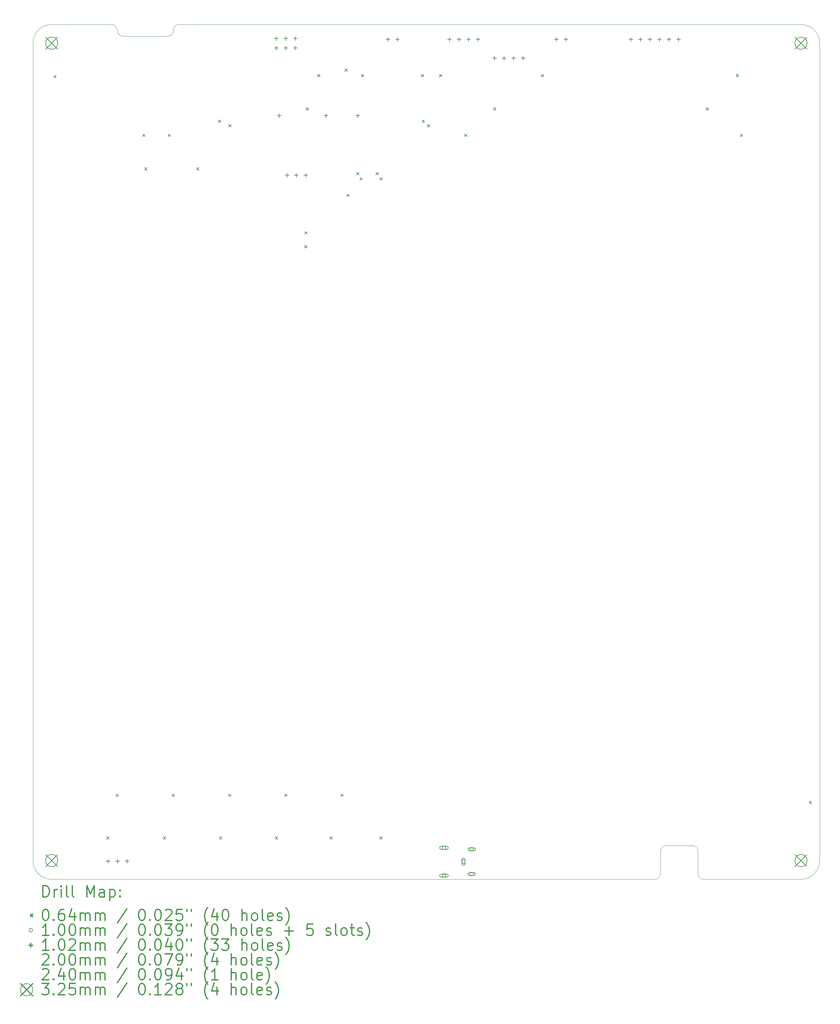
<source format=gbr>
%FSLAX45Y45*%
G04 Gerber Fmt 4.5, Leading zero omitted, Abs format (unit mm)*
G04 Created by KiCad (PCBNEW (2014-09-25 BZR 5147)-product) date Monday 20 October 2014 05:55:03 PM IST*
%MOMM*%
G01*
G04 APERTURE LIST*
%ADD10C,0.127000*%
%ADD11C,0.100000*%
%ADD12C,0.200000*%
%ADD13C,0.300000*%
G04 APERTURE END LIST*
D10*
D11*
X22000000Y-26900000D02*
X5900000Y-26900000D01*
X23300000Y-26900000D02*
X25900000Y-26900000D01*
X23150000Y-26150000D02*
X23150000Y-26750000D01*
X22150000Y-26750000D02*
X22150000Y-26150000D01*
X23150000Y-26750000D02*
G75*
G03X23300000Y-26900000I150000J0D01*
G74*
G01*
X22000000Y-26900000D02*
G75*
G03X22150000Y-26750000I0J150000D01*
G74*
G01*
X23150000Y-26150000D02*
G75*
G03X23000000Y-26000000I-150000J0D01*
G74*
G01*
X22300000Y-26000000D02*
G75*
G03X22150000Y-26150000I0J-150000D01*
G74*
G01*
X26400000Y-4600000D02*
X26400000Y-26400000D01*
X9300000Y-4100000D02*
X25900000Y-4100000D01*
X7500000Y-4100000D02*
X5900000Y-4100000D01*
X7650000Y-4250000D02*
X7650000Y-4260000D01*
X7650000Y-4250000D02*
G75*
G03X7500000Y-4100000I-150000J0D01*
G74*
G01*
X9150000Y-4250000D02*
X9150000Y-4260000D01*
X9300000Y-4100000D02*
G75*
G03X9150000Y-4250000I0J-150000D01*
G74*
G01*
X9000000Y-4410000D02*
G75*
G03X9150000Y-4260000I0J150000D01*
G74*
G01*
X7650000Y-4260000D02*
G75*
G03X7800000Y-4410000I150000J0D01*
G74*
G01*
X8400000Y-4410000D02*
X9000000Y-4410000D01*
X8400000Y-4410000D02*
X7800000Y-4410000D01*
X5400000Y-26400000D02*
X5400000Y-4600000D01*
X25900000Y-26900000D02*
G75*
G03X26400000Y-26400000I0J500000D01*
G74*
G01*
X26400000Y-4600000D02*
G75*
G03X25900000Y-4100000I-500000J0D01*
G74*
G01*
X5900000Y-4100000D02*
G75*
G03X5400000Y-4600000I0J-500000D01*
G74*
G01*
X5400000Y-26400000D02*
G75*
G03X5900000Y-26900000I500000J0D01*
G74*
G01*
X23000000Y-26000000D02*
X22300000Y-26000000D01*
D12*
X5958250Y-5458250D02*
X6021750Y-5521750D01*
X6021750Y-5458250D02*
X5958250Y-5521750D01*
X7368250Y-25768250D02*
X7431750Y-25831750D01*
X7431750Y-25768250D02*
X7368250Y-25831750D01*
X7618250Y-24628250D02*
X7681750Y-24691750D01*
X7681750Y-24628250D02*
X7618250Y-24691750D01*
X8328250Y-7028250D02*
X8391750Y-7091750D01*
X8391750Y-7028250D02*
X8328250Y-7091750D01*
X8378250Y-7918250D02*
X8441750Y-7981750D01*
X8441750Y-7918250D02*
X8378250Y-7981750D01*
X8878250Y-25768250D02*
X8941750Y-25831750D01*
X8941750Y-25768250D02*
X8878250Y-25831750D01*
X9008250Y-7028250D02*
X9071750Y-7091750D01*
X9071750Y-7028250D02*
X9008250Y-7091750D01*
X9118250Y-24628250D02*
X9181750Y-24691750D01*
X9181750Y-24628250D02*
X9118250Y-24691750D01*
X9768250Y-7918250D02*
X9831750Y-7981750D01*
X9831750Y-7918250D02*
X9768250Y-7981750D01*
X10348250Y-6648250D02*
X10411750Y-6711750D01*
X10411750Y-6648250D02*
X10348250Y-6711750D01*
X10378250Y-25768250D02*
X10441750Y-25831750D01*
X10441750Y-25768250D02*
X10378250Y-25831750D01*
X10618250Y-24628250D02*
X10681750Y-24691750D01*
X10681750Y-24628250D02*
X10618250Y-24691750D01*
X10628250Y-6768250D02*
X10691750Y-6831750D01*
X10691750Y-6768250D02*
X10628250Y-6831750D01*
X11868250Y-25768250D02*
X11931750Y-25831750D01*
X11931750Y-25768250D02*
X11868250Y-25831750D01*
X12118250Y-24628250D02*
X12181750Y-24691750D01*
X12181750Y-24628250D02*
X12118250Y-24691750D01*
X12649200Y-9994900D02*
X12712700Y-10058400D01*
X12712700Y-9994900D02*
X12649200Y-10058400D01*
X12655550Y-9626600D02*
X12719050Y-9690100D01*
X12719050Y-9626600D02*
X12655550Y-9690100D01*
X12693250Y-6318250D02*
X12756750Y-6381750D01*
X12756750Y-6318250D02*
X12693250Y-6381750D01*
X12998250Y-5428250D02*
X13061750Y-5491750D01*
X13061750Y-5428250D02*
X12998250Y-5491750D01*
X13328250Y-25768250D02*
X13391750Y-25831750D01*
X13391750Y-25768250D02*
X13328250Y-25831750D01*
X13618250Y-24628250D02*
X13681750Y-24691750D01*
X13681750Y-24628250D02*
X13618250Y-24691750D01*
X13728250Y-5288250D02*
X13791750Y-5351750D01*
X13791750Y-5288250D02*
X13728250Y-5351750D01*
X13778250Y-8628250D02*
X13841750Y-8691750D01*
X13841750Y-8628250D02*
X13778250Y-8691750D01*
X14038250Y-8048250D02*
X14101750Y-8111750D01*
X14101750Y-8048250D02*
X14038250Y-8111750D01*
X14128250Y-8188250D02*
X14191750Y-8251750D01*
X14191750Y-8188250D02*
X14128250Y-8251750D01*
X14168250Y-5428250D02*
X14231750Y-5491750D01*
X14231750Y-5428250D02*
X14168250Y-5491750D01*
X14558250Y-8048250D02*
X14621750Y-8111750D01*
X14621750Y-8048250D02*
X14558250Y-8111750D01*
X14658250Y-8188250D02*
X14721750Y-8251750D01*
X14721750Y-8188250D02*
X14658250Y-8251750D01*
X14658250Y-25768250D02*
X14721750Y-25831750D01*
X14721750Y-25768250D02*
X14658250Y-25831750D01*
X15768250Y-5428250D02*
X15831750Y-5491750D01*
X15831750Y-5428250D02*
X15768250Y-5491750D01*
X15788250Y-6648250D02*
X15851750Y-6711750D01*
X15851750Y-6648250D02*
X15788250Y-6711750D01*
X15928250Y-6768250D02*
X15991750Y-6831750D01*
X15991750Y-6768250D02*
X15928250Y-6831750D01*
X16248250Y-5428250D02*
X16311750Y-5491750D01*
X16311750Y-5428250D02*
X16248250Y-5491750D01*
X16918250Y-7028250D02*
X16981750Y-7091750D01*
X16981750Y-7028250D02*
X16918250Y-7091750D01*
X17693250Y-6318250D02*
X17756750Y-6381750D01*
X17756750Y-6318250D02*
X17693250Y-6381750D01*
X18968250Y-5428250D02*
X19031750Y-5491750D01*
X19031750Y-5428250D02*
X18968250Y-5491750D01*
X23368250Y-6318250D02*
X23431750Y-6381750D01*
X23431750Y-6318250D02*
X23368250Y-6381750D01*
X24168250Y-5428250D02*
X24231750Y-5491750D01*
X24231750Y-5428250D02*
X24168250Y-5491750D01*
X24278250Y-7028250D02*
X24341750Y-7091750D01*
X24341750Y-7028250D02*
X24278250Y-7091750D01*
X26118250Y-24818250D02*
X26181750Y-24881750D01*
X26181750Y-24818250D02*
X26118250Y-24881750D01*
X16420000Y-26060000D02*
G75*
G03X16420000Y-26060000I-50000J0D01*
G74*
G01*
X16295000Y-26100000D02*
X16445000Y-26100000D01*
X16295000Y-26020000D02*
X16445000Y-26020000D01*
X16445000Y-26100000D02*
G75*
G03X16445000Y-26020000I0J40000D01*
G74*
G01*
X16295000Y-26020000D02*
G75*
G03X16295000Y-26100000I0J-40000D01*
G74*
G01*
X16420000Y-26800000D02*
G75*
G03X16420000Y-26800000I-50000J0D01*
G74*
G01*
X16295000Y-26840000D02*
X16445000Y-26840000D01*
X16295000Y-26760000D02*
X16445000Y-26760000D01*
X16445000Y-26840000D02*
G75*
G03X16445000Y-26760000I0J40000D01*
G74*
G01*
X16295000Y-26760000D02*
G75*
G03X16295000Y-26840000I0J-40000D01*
G74*
G01*
X16940000Y-26430000D02*
G75*
G03X16940000Y-26430000I-50000J0D01*
G74*
G01*
X16850000Y-26370000D02*
X16850000Y-26490000D01*
X16930000Y-26370000D02*
X16930000Y-26490000D01*
X16850000Y-26490000D02*
G75*
G03X16930000Y-26490000I40000J0D01*
G74*
G01*
X16930000Y-26370000D02*
G75*
G03X16850000Y-26370000I-40000J0D01*
G74*
G01*
X17160000Y-26100000D02*
G75*
G03X17160000Y-26100000I-50000J0D01*
G74*
G01*
X17050000Y-26140000D02*
X17170000Y-26140000D01*
X17050000Y-26060000D02*
X17170000Y-26060000D01*
X17170000Y-26140000D02*
G75*
G03X17170000Y-26060000I0J40000D01*
G74*
G01*
X17050000Y-26060000D02*
G75*
G03X17050000Y-26140000I0J-40000D01*
G74*
G01*
X17160000Y-26760000D02*
G75*
G03X17160000Y-26760000I-50000J0D01*
G74*
G01*
X17050000Y-26800000D02*
X17170000Y-26800000D01*
X17050000Y-26720000D02*
X17170000Y-26720000D01*
X17170000Y-26800000D02*
G75*
G03X17170000Y-26720000I0J40000D01*
G74*
G01*
X17050000Y-26720000D02*
G75*
G03X17050000Y-26800000I0J-40000D01*
G74*
G01*
X7404100Y-26365000D02*
X7404100Y-26467000D01*
X7353100Y-26416000D02*
X7455100Y-26416000D01*
X7658100Y-26365000D02*
X7658100Y-26467000D01*
X7607100Y-26416000D02*
X7709100Y-26416000D01*
X7912100Y-26365000D02*
X7912100Y-26467000D01*
X7861100Y-26416000D02*
X7963100Y-26416000D01*
X11896000Y-4422000D02*
X11896000Y-4524000D01*
X11845000Y-4473000D02*
X11947000Y-4473000D01*
X11896000Y-4676000D02*
X11896000Y-4778000D01*
X11845000Y-4727000D02*
X11947000Y-4727000D01*
X11975000Y-6474000D02*
X11975000Y-6576000D01*
X11924000Y-6525000D02*
X12026000Y-6525000D01*
X12150000Y-4422000D02*
X12150000Y-4524000D01*
X12099000Y-4473000D02*
X12201000Y-4473000D01*
X12150000Y-4676000D02*
X12150000Y-4778000D01*
X12099000Y-4727000D02*
X12201000Y-4727000D01*
X12180000Y-8069000D02*
X12180000Y-8171000D01*
X12129000Y-8120000D02*
X12231000Y-8120000D01*
X12404000Y-4422000D02*
X12404000Y-4524000D01*
X12353000Y-4473000D02*
X12455000Y-4473000D01*
X12404000Y-4676000D02*
X12404000Y-4778000D01*
X12353000Y-4727000D02*
X12455000Y-4727000D01*
X12430000Y-8069000D02*
X12430000Y-8171000D01*
X12379000Y-8120000D02*
X12481000Y-8120000D01*
X12680000Y-8069000D02*
X12680000Y-8171000D01*
X12629000Y-8120000D02*
X12731000Y-8120000D01*
X13225000Y-6474000D02*
X13225000Y-6576000D01*
X13174000Y-6525000D02*
X13276000Y-6525000D01*
X14075000Y-6474000D02*
X14075000Y-6576000D01*
X14024000Y-6525000D02*
X14126000Y-6525000D01*
X14873000Y-4449000D02*
X14873000Y-4551000D01*
X14822000Y-4500000D02*
X14924000Y-4500000D01*
X15127000Y-4449000D02*
X15127000Y-4551000D01*
X15076000Y-4500000D02*
X15178000Y-4500000D01*
X16519000Y-4449000D02*
X16519000Y-4551000D01*
X16468000Y-4500000D02*
X16570000Y-4500000D01*
X16773000Y-4449000D02*
X16773000Y-4551000D01*
X16722000Y-4500000D02*
X16824000Y-4500000D01*
X17027000Y-4449000D02*
X17027000Y-4551000D01*
X16976000Y-4500000D02*
X17078000Y-4500000D01*
X17281000Y-4449000D02*
X17281000Y-4551000D01*
X17230000Y-4500000D02*
X17332000Y-4500000D01*
X17719000Y-4949000D02*
X17719000Y-5051000D01*
X17668000Y-5000000D02*
X17770000Y-5000000D01*
X17973000Y-4949000D02*
X17973000Y-5051000D01*
X17922000Y-5000000D02*
X18024000Y-5000000D01*
X18227000Y-4949000D02*
X18227000Y-5051000D01*
X18176000Y-5000000D02*
X18278000Y-5000000D01*
X18481000Y-4949000D02*
X18481000Y-5051000D01*
X18430000Y-5000000D02*
X18532000Y-5000000D01*
X19373000Y-4449000D02*
X19373000Y-4551000D01*
X19322000Y-4500000D02*
X19424000Y-4500000D01*
X19627000Y-4449000D02*
X19627000Y-4551000D01*
X19576000Y-4500000D02*
X19678000Y-4500000D01*
X21365000Y-4449000D02*
X21365000Y-4551000D01*
X21314000Y-4500000D02*
X21416000Y-4500000D01*
X21619000Y-4449000D02*
X21619000Y-4551000D01*
X21568000Y-4500000D02*
X21670000Y-4500000D01*
X21873000Y-4449000D02*
X21873000Y-4551000D01*
X21822000Y-4500000D02*
X21924000Y-4500000D01*
X22127000Y-4449000D02*
X22127000Y-4551000D01*
X22076000Y-4500000D02*
X22178000Y-4500000D01*
X22381000Y-4449000D02*
X22381000Y-4551000D01*
X22330000Y-4500000D02*
X22432000Y-4500000D01*
X22635000Y-4449000D02*
X22635000Y-4551000D01*
X22584000Y-4500000D02*
X22686000Y-4500000D01*
X5737500Y-4437500D02*
X6062500Y-4762500D01*
X6062500Y-4437500D02*
X5737500Y-4762500D01*
X6062500Y-4600000D02*
G75*
G03X6062500Y-4600000I-162500J0D01*
G74*
G01*
X5737500Y-26237500D02*
X6062500Y-26562500D01*
X6062500Y-26237500D02*
X5737500Y-26562500D01*
X6062500Y-26400000D02*
G75*
G03X6062500Y-26400000I-162500J0D01*
G74*
G01*
X25737500Y-4437500D02*
X26062500Y-4762500D01*
X26062500Y-4437500D02*
X25737500Y-4762500D01*
X26062500Y-4600000D02*
G75*
G03X26062500Y-4600000I-162500J0D01*
G74*
G01*
X25737500Y-26237500D02*
X26062500Y-26562500D01*
X26062500Y-26237500D02*
X25737500Y-26562500D01*
X26062500Y-26400000D02*
G75*
G03X26062500Y-26400000I-162500J0D01*
G74*
G01*
D13*
X5666428Y-27370714D02*
X5666428Y-27070714D01*
X5737857Y-27070714D01*
X5780714Y-27085000D01*
X5809286Y-27113571D01*
X5823571Y-27142143D01*
X5837857Y-27199286D01*
X5837857Y-27242143D01*
X5823571Y-27299286D01*
X5809286Y-27327857D01*
X5780714Y-27356429D01*
X5737857Y-27370714D01*
X5666428Y-27370714D01*
X5966428Y-27370714D02*
X5966428Y-27170714D01*
X5966428Y-27227857D02*
X5980714Y-27199286D01*
X5995000Y-27185000D01*
X6023571Y-27170714D01*
X6052143Y-27170714D01*
X6152143Y-27370714D02*
X6152143Y-27170714D01*
X6152143Y-27070714D02*
X6137857Y-27085000D01*
X6152143Y-27099286D01*
X6166428Y-27085000D01*
X6152143Y-27070714D01*
X6152143Y-27099286D01*
X6337857Y-27370714D02*
X6309286Y-27356429D01*
X6295000Y-27327857D01*
X6295000Y-27070714D01*
X6495000Y-27370714D02*
X6466428Y-27356429D01*
X6452143Y-27327857D01*
X6452143Y-27070714D01*
X6837857Y-27370714D02*
X6837857Y-27070714D01*
X6937857Y-27285000D01*
X7037857Y-27070714D01*
X7037857Y-27370714D01*
X7309286Y-27370714D02*
X7309286Y-27213571D01*
X7295000Y-27185000D01*
X7266428Y-27170714D01*
X7209286Y-27170714D01*
X7180714Y-27185000D01*
X7309286Y-27356429D02*
X7280714Y-27370714D01*
X7209286Y-27370714D01*
X7180714Y-27356429D01*
X7166428Y-27327857D01*
X7166428Y-27299286D01*
X7180714Y-27270714D01*
X7209286Y-27256429D01*
X7280714Y-27256429D01*
X7309286Y-27242143D01*
X7452143Y-27170714D02*
X7452143Y-27470714D01*
X7452143Y-27185000D02*
X7480714Y-27170714D01*
X7537857Y-27170714D01*
X7566428Y-27185000D01*
X7580714Y-27199286D01*
X7595000Y-27227857D01*
X7595000Y-27313571D01*
X7580714Y-27342143D01*
X7566428Y-27356429D01*
X7537857Y-27370714D01*
X7480714Y-27370714D01*
X7452143Y-27356429D01*
X7723571Y-27342143D02*
X7737857Y-27356429D01*
X7723571Y-27370714D01*
X7709286Y-27356429D01*
X7723571Y-27342143D01*
X7723571Y-27370714D01*
X7723571Y-27185000D02*
X7737857Y-27199286D01*
X7723571Y-27213571D01*
X7709286Y-27199286D01*
X7723571Y-27185000D01*
X7723571Y-27213571D01*
X5331500Y-27833250D02*
X5395000Y-27896750D01*
X5395000Y-27833250D02*
X5331500Y-27896750D01*
X5723571Y-27700714D02*
X5752143Y-27700714D01*
X5780714Y-27715000D01*
X5795000Y-27729286D01*
X5809286Y-27757857D01*
X5823571Y-27815000D01*
X5823571Y-27886429D01*
X5809286Y-27943571D01*
X5795000Y-27972143D01*
X5780714Y-27986429D01*
X5752143Y-28000714D01*
X5723571Y-28000714D01*
X5695000Y-27986429D01*
X5680714Y-27972143D01*
X5666428Y-27943571D01*
X5652143Y-27886429D01*
X5652143Y-27815000D01*
X5666428Y-27757857D01*
X5680714Y-27729286D01*
X5695000Y-27715000D01*
X5723571Y-27700714D01*
X5952143Y-27972143D02*
X5966428Y-27986429D01*
X5952143Y-28000714D01*
X5937857Y-27986429D01*
X5952143Y-27972143D01*
X5952143Y-28000714D01*
X6223571Y-27700714D02*
X6166428Y-27700714D01*
X6137857Y-27715000D01*
X6123571Y-27729286D01*
X6095000Y-27772143D01*
X6080714Y-27829286D01*
X6080714Y-27943571D01*
X6095000Y-27972143D01*
X6109286Y-27986429D01*
X6137857Y-28000714D01*
X6195000Y-28000714D01*
X6223571Y-27986429D01*
X6237857Y-27972143D01*
X6252143Y-27943571D01*
X6252143Y-27872143D01*
X6237857Y-27843571D01*
X6223571Y-27829286D01*
X6195000Y-27815000D01*
X6137857Y-27815000D01*
X6109286Y-27829286D01*
X6095000Y-27843571D01*
X6080714Y-27872143D01*
X6509286Y-27800714D02*
X6509286Y-28000714D01*
X6437857Y-27686429D02*
X6366428Y-27900714D01*
X6552143Y-27900714D01*
X6666428Y-28000714D02*
X6666428Y-27800714D01*
X6666428Y-27829286D02*
X6680714Y-27815000D01*
X6709286Y-27800714D01*
X6752143Y-27800714D01*
X6780714Y-27815000D01*
X6795000Y-27843571D01*
X6795000Y-28000714D01*
X6795000Y-27843571D02*
X6809286Y-27815000D01*
X6837857Y-27800714D01*
X6880714Y-27800714D01*
X6909286Y-27815000D01*
X6923571Y-27843571D01*
X6923571Y-28000714D01*
X7066428Y-28000714D02*
X7066428Y-27800714D01*
X7066428Y-27829286D02*
X7080714Y-27815000D01*
X7109286Y-27800714D01*
X7152143Y-27800714D01*
X7180714Y-27815000D01*
X7195000Y-27843571D01*
X7195000Y-28000714D01*
X7195000Y-27843571D02*
X7209286Y-27815000D01*
X7237857Y-27800714D01*
X7280714Y-27800714D01*
X7309286Y-27815000D01*
X7323571Y-27843571D01*
X7323571Y-28000714D01*
X7909286Y-27686429D02*
X7652143Y-28072143D01*
X8295000Y-27700714D02*
X8323571Y-27700714D01*
X8352143Y-27715000D01*
X8366428Y-27729286D01*
X8380714Y-27757857D01*
X8395000Y-27815000D01*
X8395000Y-27886429D01*
X8380714Y-27943571D01*
X8366428Y-27972143D01*
X8352143Y-27986429D01*
X8323571Y-28000714D01*
X8295000Y-28000714D01*
X8266428Y-27986429D01*
X8252143Y-27972143D01*
X8237857Y-27943571D01*
X8223571Y-27886429D01*
X8223571Y-27815000D01*
X8237857Y-27757857D01*
X8252143Y-27729286D01*
X8266428Y-27715000D01*
X8295000Y-27700714D01*
X8523571Y-27972143D02*
X8537857Y-27986429D01*
X8523571Y-28000714D01*
X8509286Y-27986429D01*
X8523571Y-27972143D01*
X8523571Y-28000714D01*
X8723571Y-27700714D02*
X8752143Y-27700714D01*
X8780714Y-27715000D01*
X8795000Y-27729286D01*
X8809286Y-27757857D01*
X8823571Y-27815000D01*
X8823571Y-27886429D01*
X8809286Y-27943571D01*
X8795000Y-27972143D01*
X8780714Y-27986429D01*
X8752143Y-28000714D01*
X8723571Y-28000714D01*
X8695000Y-27986429D01*
X8680714Y-27972143D01*
X8666428Y-27943571D01*
X8652143Y-27886429D01*
X8652143Y-27815000D01*
X8666428Y-27757857D01*
X8680714Y-27729286D01*
X8695000Y-27715000D01*
X8723571Y-27700714D01*
X8937857Y-27729286D02*
X8952143Y-27715000D01*
X8980714Y-27700714D01*
X9052143Y-27700714D01*
X9080714Y-27715000D01*
X9095000Y-27729286D01*
X9109286Y-27757857D01*
X9109286Y-27786429D01*
X9095000Y-27829286D01*
X8923571Y-28000714D01*
X9109286Y-28000714D01*
X9380714Y-27700714D02*
X9237857Y-27700714D01*
X9223571Y-27843571D01*
X9237857Y-27829286D01*
X9266428Y-27815000D01*
X9337857Y-27815000D01*
X9366428Y-27829286D01*
X9380714Y-27843571D01*
X9395000Y-27872143D01*
X9395000Y-27943571D01*
X9380714Y-27972143D01*
X9366428Y-27986429D01*
X9337857Y-28000714D01*
X9266428Y-28000714D01*
X9237857Y-27986429D01*
X9223571Y-27972143D01*
X9509286Y-27700714D02*
X9509286Y-27757857D01*
X9623571Y-27700714D02*
X9623571Y-27757857D01*
X10066428Y-28115000D02*
X10052143Y-28100714D01*
X10023571Y-28057857D01*
X10009286Y-28029286D01*
X9995000Y-27986429D01*
X9980714Y-27915000D01*
X9980714Y-27857857D01*
X9995000Y-27786429D01*
X10009286Y-27743571D01*
X10023571Y-27715000D01*
X10052143Y-27672143D01*
X10066428Y-27657857D01*
X10309286Y-27800714D02*
X10309286Y-28000714D01*
X10237857Y-27686429D02*
X10166428Y-27900714D01*
X10352143Y-27900714D01*
X10523571Y-27700714D02*
X10552143Y-27700714D01*
X10580714Y-27715000D01*
X10595000Y-27729286D01*
X10609286Y-27757857D01*
X10623571Y-27815000D01*
X10623571Y-27886429D01*
X10609286Y-27943571D01*
X10595000Y-27972143D01*
X10580714Y-27986429D01*
X10552143Y-28000714D01*
X10523571Y-28000714D01*
X10495000Y-27986429D01*
X10480714Y-27972143D01*
X10466428Y-27943571D01*
X10452143Y-27886429D01*
X10452143Y-27815000D01*
X10466428Y-27757857D01*
X10480714Y-27729286D01*
X10495000Y-27715000D01*
X10523571Y-27700714D01*
X10980714Y-28000714D02*
X10980714Y-27700714D01*
X11109286Y-28000714D02*
X11109286Y-27843571D01*
X11095000Y-27815000D01*
X11066428Y-27800714D01*
X11023571Y-27800714D01*
X10995000Y-27815000D01*
X10980714Y-27829286D01*
X11295000Y-28000714D02*
X11266428Y-27986429D01*
X11252143Y-27972143D01*
X11237857Y-27943571D01*
X11237857Y-27857857D01*
X11252143Y-27829286D01*
X11266428Y-27815000D01*
X11295000Y-27800714D01*
X11337857Y-27800714D01*
X11366428Y-27815000D01*
X11380714Y-27829286D01*
X11395000Y-27857857D01*
X11395000Y-27943571D01*
X11380714Y-27972143D01*
X11366428Y-27986429D01*
X11337857Y-28000714D01*
X11295000Y-28000714D01*
X11566428Y-28000714D02*
X11537857Y-27986429D01*
X11523571Y-27957857D01*
X11523571Y-27700714D01*
X11795000Y-27986429D02*
X11766428Y-28000714D01*
X11709286Y-28000714D01*
X11680714Y-27986429D01*
X11666428Y-27957857D01*
X11666428Y-27843571D01*
X11680714Y-27815000D01*
X11709286Y-27800714D01*
X11766428Y-27800714D01*
X11795000Y-27815000D01*
X11809286Y-27843571D01*
X11809286Y-27872143D01*
X11666428Y-27900714D01*
X11923571Y-27986429D02*
X11952143Y-28000714D01*
X12009286Y-28000714D01*
X12037857Y-27986429D01*
X12052143Y-27957857D01*
X12052143Y-27943571D01*
X12037857Y-27915000D01*
X12009286Y-27900714D01*
X11966428Y-27900714D01*
X11937857Y-27886429D01*
X11923571Y-27857857D01*
X11923571Y-27843571D01*
X11937857Y-27815000D01*
X11966428Y-27800714D01*
X12009286Y-27800714D01*
X12037857Y-27815000D01*
X12152143Y-28115000D02*
X12166428Y-28100714D01*
X12195000Y-28057857D01*
X12209286Y-28029286D01*
X12223571Y-27986429D01*
X12237857Y-27915000D01*
X12237857Y-27857857D01*
X12223571Y-27786429D01*
X12209286Y-27743571D01*
X12195000Y-27715000D01*
X12166428Y-27672143D01*
X12152143Y-27657857D01*
D12*
X5395000Y-28261000D02*
G75*
G03X5395000Y-28261000I-50000J0D01*
G74*
G01*
D13*
X5823571Y-28396714D02*
X5652143Y-28396714D01*
X5737857Y-28396714D02*
X5737857Y-28096714D01*
X5709286Y-28139571D01*
X5680714Y-28168143D01*
X5652143Y-28182429D01*
X5952143Y-28368143D02*
X5966428Y-28382429D01*
X5952143Y-28396714D01*
X5937857Y-28382429D01*
X5952143Y-28368143D01*
X5952143Y-28396714D01*
X6152143Y-28096714D02*
X6180714Y-28096714D01*
X6209286Y-28111000D01*
X6223571Y-28125286D01*
X6237857Y-28153857D01*
X6252143Y-28211000D01*
X6252143Y-28282429D01*
X6237857Y-28339571D01*
X6223571Y-28368143D01*
X6209286Y-28382429D01*
X6180714Y-28396714D01*
X6152143Y-28396714D01*
X6123571Y-28382429D01*
X6109286Y-28368143D01*
X6095000Y-28339571D01*
X6080714Y-28282429D01*
X6080714Y-28211000D01*
X6095000Y-28153857D01*
X6109286Y-28125286D01*
X6123571Y-28111000D01*
X6152143Y-28096714D01*
X6437857Y-28096714D02*
X6466428Y-28096714D01*
X6495000Y-28111000D01*
X6509286Y-28125286D01*
X6523571Y-28153857D01*
X6537857Y-28211000D01*
X6537857Y-28282429D01*
X6523571Y-28339571D01*
X6509286Y-28368143D01*
X6495000Y-28382429D01*
X6466428Y-28396714D01*
X6437857Y-28396714D01*
X6409286Y-28382429D01*
X6395000Y-28368143D01*
X6380714Y-28339571D01*
X6366428Y-28282429D01*
X6366428Y-28211000D01*
X6380714Y-28153857D01*
X6395000Y-28125286D01*
X6409286Y-28111000D01*
X6437857Y-28096714D01*
X6666428Y-28396714D02*
X6666428Y-28196714D01*
X6666428Y-28225286D02*
X6680714Y-28211000D01*
X6709286Y-28196714D01*
X6752143Y-28196714D01*
X6780714Y-28211000D01*
X6795000Y-28239571D01*
X6795000Y-28396714D01*
X6795000Y-28239571D02*
X6809286Y-28211000D01*
X6837857Y-28196714D01*
X6880714Y-28196714D01*
X6909286Y-28211000D01*
X6923571Y-28239571D01*
X6923571Y-28396714D01*
X7066428Y-28396714D02*
X7066428Y-28196714D01*
X7066428Y-28225286D02*
X7080714Y-28211000D01*
X7109286Y-28196714D01*
X7152143Y-28196714D01*
X7180714Y-28211000D01*
X7195000Y-28239571D01*
X7195000Y-28396714D01*
X7195000Y-28239571D02*
X7209286Y-28211000D01*
X7237857Y-28196714D01*
X7280714Y-28196714D01*
X7309286Y-28211000D01*
X7323571Y-28239571D01*
X7323571Y-28396714D01*
X7909286Y-28082429D02*
X7652143Y-28468143D01*
X8295000Y-28096714D02*
X8323571Y-28096714D01*
X8352143Y-28111000D01*
X8366428Y-28125286D01*
X8380714Y-28153857D01*
X8395000Y-28211000D01*
X8395000Y-28282429D01*
X8380714Y-28339571D01*
X8366428Y-28368143D01*
X8352143Y-28382429D01*
X8323571Y-28396714D01*
X8295000Y-28396714D01*
X8266428Y-28382429D01*
X8252143Y-28368143D01*
X8237857Y-28339571D01*
X8223571Y-28282429D01*
X8223571Y-28211000D01*
X8237857Y-28153857D01*
X8252143Y-28125286D01*
X8266428Y-28111000D01*
X8295000Y-28096714D01*
X8523571Y-28368143D02*
X8537857Y-28382429D01*
X8523571Y-28396714D01*
X8509286Y-28382429D01*
X8523571Y-28368143D01*
X8523571Y-28396714D01*
X8723571Y-28096714D02*
X8752143Y-28096714D01*
X8780714Y-28111000D01*
X8795000Y-28125286D01*
X8809286Y-28153857D01*
X8823571Y-28211000D01*
X8823571Y-28282429D01*
X8809286Y-28339571D01*
X8795000Y-28368143D01*
X8780714Y-28382429D01*
X8752143Y-28396714D01*
X8723571Y-28396714D01*
X8695000Y-28382429D01*
X8680714Y-28368143D01*
X8666428Y-28339571D01*
X8652143Y-28282429D01*
X8652143Y-28211000D01*
X8666428Y-28153857D01*
X8680714Y-28125286D01*
X8695000Y-28111000D01*
X8723571Y-28096714D01*
X8923571Y-28096714D02*
X9109286Y-28096714D01*
X9009286Y-28211000D01*
X9052143Y-28211000D01*
X9080714Y-28225286D01*
X9095000Y-28239571D01*
X9109286Y-28268143D01*
X9109286Y-28339571D01*
X9095000Y-28368143D01*
X9080714Y-28382429D01*
X9052143Y-28396714D01*
X8966428Y-28396714D01*
X8937857Y-28382429D01*
X8923571Y-28368143D01*
X9252143Y-28396714D02*
X9309286Y-28396714D01*
X9337857Y-28382429D01*
X9352143Y-28368143D01*
X9380714Y-28325286D01*
X9395000Y-28268143D01*
X9395000Y-28153857D01*
X9380714Y-28125286D01*
X9366428Y-28111000D01*
X9337857Y-28096714D01*
X9280714Y-28096714D01*
X9252143Y-28111000D01*
X9237857Y-28125286D01*
X9223571Y-28153857D01*
X9223571Y-28225286D01*
X9237857Y-28253857D01*
X9252143Y-28268143D01*
X9280714Y-28282429D01*
X9337857Y-28282429D01*
X9366428Y-28268143D01*
X9380714Y-28253857D01*
X9395000Y-28225286D01*
X9509286Y-28096714D02*
X9509286Y-28153857D01*
X9623571Y-28096714D02*
X9623571Y-28153857D01*
X10066428Y-28511000D02*
X10052143Y-28496714D01*
X10023571Y-28453857D01*
X10009286Y-28425286D01*
X9995000Y-28382429D01*
X9980714Y-28311000D01*
X9980714Y-28253857D01*
X9995000Y-28182429D01*
X10009286Y-28139571D01*
X10023571Y-28111000D01*
X10052143Y-28068143D01*
X10066428Y-28053857D01*
X10237857Y-28096714D02*
X10266428Y-28096714D01*
X10295000Y-28111000D01*
X10309286Y-28125286D01*
X10323571Y-28153857D01*
X10337857Y-28211000D01*
X10337857Y-28282429D01*
X10323571Y-28339571D01*
X10309286Y-28368143D01*
X10295000Y-28382429D01*
X10266428Y-28396714D01*
X10237857Y-28396714D01*
X10209286Y-28382429D01*
X10195000Y-28368143D01*
X10180714Y-28339571D01*
X10166428Y-28282429D01*
X10166428Y-28211000D01*
X10180714Y-28153857D01*
X10195000Y-28125286D01*
X10209286Y-28111000D01*
X10237857Y-28096714D01*
X10695000Y-28396714D02*
X10695000Y-28096714D01*
X10823571Y-28396714D02*
X10823571Y-28239571D01*
X10809286Y-28211000D01*
X10780714Y-28196714D01*
X10737857Y-28196714D01*
X10709286Y-28211000D01*
X10695000Y-28225286D01*
X11009286Y-28396714D02*
X10980714Y-28382429D01*
X10966428Y-28368143D01*
X10952143Y-28339571D01*
X10952143Y-28253857D01*
X10966428Y-28225286D01*
X10980714Y-28211000D01*
X11009286Y-28196714D01*
X11052143Y-28196714D01*
X11080714Y-28211000D01*
X11095000Y-28225286D01*
X11109286Y-28253857D01*
X11109286Y-28339571D01*
X11095000Y-28368143D01*
X11080714Y-28382429D01*
X11052143Y-28396714D01*
X11009286Y-28396714D01*
X11280714Y-28396714D02*
X11252143Y-28382429D01*
X11237857Y-28353857D01*
X11237857Y-28096714D01*
X11509286Y-28382429D02*
X11480714Y-28396714D01*
X11423571Y-28396714D01*
X11395000Y-28382429D01*
X11380714Y-28353857D01*
X11380714Y-28239571D01*
X11395000Y-28211000D01*
X11423571Y-28196714D01*
X11480714Y-28196714D01*
X11509286Y-28211000D01*
X11523571Y-28239571D01*
X11523571Y-28268143D01*
X11380714Y-28296714D01*
X11637857Y-28382429D02*
X11666428Y-28396714D01*
X11723571Y-28396714D01*
X11752143Y-28382429D01*
X11766428Y-28353857D01*
X11766428Y-28339571D01*
X11752143Y-28311000D01*
X11723571Y-28296714D01*
X11680714Y-28296714D01*
X11652143Y-28282429D01*
X11637857Y-28253857D01*
X11637857Y-28239571D01*
X11652143Y-28211000D01*
X11680714Y-28196714D01*
X11723571Y-28196714D01*
X11752143Y-28211000D01*
X12123571Y-28282429D02*
X12352143Y-28282429D01*
X12237857Y-28396714D02*
X12237857Y-28168143D01*
X12866428Y-28096714D02*
X12723571Y-28096714D01*
X12709286Y-28239571D01*
X12723571Y-28225286D01*
X12752143Y-28211000D01*
X12823571Y-28211000D01*
X12852143Y-28225286D01*
X12866428Y-28239571D01*
X12880714Y-28268143D01*
X12880714Y-28339571D01*
X12866428Y-28368143D01*
X12852143Y-28382429D01*
X12823571Y-28396714D01*
X12752143Y-28396714D01*
X12723571Y-28382429D01*
X12709286Y-28368143D01*
X13223571Y-28382429D02*
X13252143Y-28396714D01*
X13309285Y-28396714D01*
X13337857Y-28382429D01*
X13352143Y-28353857D01*
X13352143Y-28339571D01*
X13337857Y-28311000D01*
X13309285Y-28296714D01*
X13266428Y-28296714D01*
X13237857Y-28282429D01*
X13223571Y-28253857D01*
X13223571Y-28239571D01*
X13237857Y-28211000D01*
X13266428Y-28196714D01*
X13309285Y-28196714D01*
X13337857Y-28211000D01*
X13523571Y-28396714D02*
X13495000Y-28382429D01*
X13480714Y-28353857D01*
X13480714Y-28096714D01*
X13680714Y-28396714D02*
X13652143Y-28382429D01*
X13637857Y-28368143D01*
X13623571Y-28339571D01*
X13623571Y-28253857D01*
X13637857Y-28225286D01*
X13652143Y-28211000D01*
X13680714Y-28196714D01*
X13723571Y-28196714D01*
X13752143Y-28211000D01*
X13766428Y-28225286D01*
X13780714Y-28253857D01*
X13780714Y-28339571D01*
X13766428Y-28368143D01*
X13752143Y-28382429D01*
X13723571Y-28396714D01*
X13680714Y-28396714D01*
X13866428Y-28196714D02*
X13980714Y-28196714D01*
X13909286Y-28096714D02*
X13909286Y-28353857D01*
X13923571Y-28382429D01*
X13952143Y-28396714D01*
X13980714Y-28396714D01*
X14066428Y-28382429D02*
X14095000Y-28396714D01*
X14152143Y-28396714D01*
X14180714Y-28382429D01*
X14195000Y-28353857D01*
X14195000Y-28339571D01*
X14180714Y-28311000D01*
X14152143Y-28296714D01*
X14109286Y-28296714D01*
X14080714Y-28282429D01*
X14066428Y-28253857D01*
X14066428Y-28239571D01*
X14080714Y-28211000D01*
X14109286Y-28196714D01*
X14152143Y-28196714D01*
X14180714Y-28211000D01*
X14295000Y-28511000D02*
X14309286Y-28496714D01*
X14337857Y-28453857D01*
X14352143Y-28425286D01*
X14366428Y-28382429D01*
X14380714Y-28311000D01*
X14380714Y-28253857D01*
X14366428Y-28182429D01*
X14352143Y-28139571D01*
X14337857Y-28111000D01*
X14309286Y-28068143D01*
X14295000Y-28053857D01*
X5344000Y-28606000D02*
X5344000Y-28708000D01*
X5293000Y-28657000D02*
X5395000Y-28657000D01*
X5823571Y-28792714D02*
X5652143Y-28792714D01*
X5737857Y-28792714D02*
X5737857Y-28492714D01*
X5709286Y-28535571D01*
X5680714Y-28564143D01*
X5652143Y-28578429D01*
X5952143Y-28764143D02*
X5966428Y-28778429D01*
X5952143Y-28792714D01*
X5937857Y-28778429D01*
X5952143Y-28764143D01*
X5952143Y-28792714D01*
X6152143Y-28492714D02*
X6180714Y-28492714D01*
X6209286Y-28507000D01*
X6223571Y-28521286D01*
X6237857Y-28549857D01*
X6252143Y-28607000D01*
X6252143Y-28678429D01*
X6237857Y-28735571D01*
X6223571Y-28764143D01*
X6209286Y-28778429D01*
X6180714Y-28792714D01*
X6152143Y-28792714D01*
X6123571Y-28778429D01*
X6109286Y-28764143D01*
X6095000Y-28735571D01*
X6080714Y-28678429D01*
X6080714Y-28607000D01*
X6095000Y-28549857D01*
X6109286Y-28521286D01*
X6123571Y-28507000D01*
X6152143Y-28492714D01*
X6366428Y-28521286D02*
X6380714Y-28507000D01*
X6409286Y-28492714D01*
X6480714Y-28492714D01*
X6509286Y-28507000D01*
X6523571Y-28521286D01*
X6537857Y-28549857D01*
X6537857Y-28578429D01*
X6523571Y-28621286D01*
X6352143Y-28792714D01*
X6537857Y-28792714D01*
X6666428Y-28792714D02*
X6666428Y-28592714D01*
X6666428Y-28621286D02*
X6680714Y-28607000D01*
X6709286Y-28592714D01*
X6752143Y-28592714D01*
X6780714Y-28607000D01*
X6795000Y-28635571D01*
X6795000Y-28792714D01*
X6795000Y-28635571D02*
X6809286Y-28607000D01*
X6837857Y-28592714D01*
X6880714Y-28592714D01*
X6909286Y-28607000D01*
X6923571Y-28635571D01*
X6923571Y-28792714D01*
X7066428Y-28792714D02*
X7066428Y-28592714D01*
X7066428Y-28621286D02*
X7080714Y-28607000D01*
X7109286Y-28592714D01*
X7152143Y-28592714D01*
X7180714Y-28607000D01*
X7195000Y-28635571D01*
X7195000Y-28792714D01*
X7195000Y-28635571D02*
X7209286Y-28607000D01*
X7237857Y-28592714D01*
X7280714Y-28592714D01*
X7309286Y-28607000D01*
X7323571Y-28635571D01*
X7323571Y-28792714D01*
X7909286Y-28478429D02*
X7652143Y-28864143D01*
X8295000Y-28492714D02*
X8323571Y-28492714D01*
X8352143Y-28507000D01*
X8366428Y-28521286D01*
X8380714Y-28549857D01*
X8395000Y-28607000D01*
X8395000Y-28678429D01*
X8380714Y-28735571D01*
X8366428Y-28764143D01*
X8352143Y-28778429D01*
X8323571Y-28792714D01*
X8295000Y-28792714D01*
X8266428Y-28778429D01*
X8252143Y-28764143D01*
X8237857Y-28735571D01*
X8223571Y-28678429D01*
X8223571Y-28607000D01*
X8237857Y-28549857D01*
X8252143Y-28521286D01*
X8266428Y-28507000D01*
X8295000Y-28492714D01*
X8523571Y-28764143D02*
X8537857Y-28778429D01*
X8523571Y-28792714D01*
X8509286Y-28778429D01*
X8523571Y-28764143D01*
X8523571Y-28792714D01*
X8723571Y-28492714D02*
X8752143Y-28492714D01*
X8780714Y-28507000D01*
X8795000Y-28521286D01*
X8809286Y-28549857D01*
X8823571Y-28607000D01*
X8823571Y-28678429D01*
X8809286Y-28735571D01*
X8795000Y-28764143D01*
X8780714Y-28778429D01*
X8752143Y-28792714D01*
X8723571Y-28792714D01*
X8695000Y-28778429D01*
X8680714Y-28764143D01*
X8666428Y-28735571D01*
X8652143Y-28678429D01*
X8652143Y-28607000D01*
X8666428Y-28549857D01*
X8680714Y-28521286D01*
X8695000Y-28507000D01*
X8723571Y-28492714D01*
X9080714Y-28592714D02*
X9080714Y-28792714D01*
X9009286Y-28478429D02*
X8937857Y-28692714D01*
X9123571Y-28692714D01*
X9295000Y-28492714D02*
X9323571Y-28492714D01*
X9352143Y-28507000D01*
X9366428Y-28521286D01*
X9380714Y-28549857D01*
X9395000Y-28607000D01*
X9395000Y-28678429D01*
X9380714Y-28735571D01*
X9366428Y-28764143D01*
X9352143Y-28778429D01*
X9323571Y-28792714D01*
X9295000Y-28792714D01*
X9266428Y-28778429D01*
X9252143Y-28764143D01*
X9237857Y-28735571D01*
X9223571Y-28678429D01*
X9223571Y-28607000D01*
X9237857Y-28549857D01*
X9252143Y-28521286D01*
X9266428Y-28507000D01*
X9295000Y-28492714D01*
X9509286Y-28492714D02*
X9509286Y-28549857D01*
X9623571Y-28492714D02*
X9623571Y-28549857D01*
X10066428Y-28907000D02*
X10052143Y-28892714D01*
X10023571Y-28849857D01*
X10009286Y-28821286D01*
X9995000Y-28778429D01*
X9980714Y-28707000D01*
X9980714Y-28649857D01*
X9995000Y-28578429D01*
X10009286Y-28535571D01*
X10023571Y-28507000D01*
X10052143Y-28464143D01*
X10066428Y-28449857D01*
X10152143Y-28492714D02*
X10337857Y-28492714D01*
X10237857Y-28607000D01*
X10280714Y-28607000D01*
X10309286Y-28621286D01*
X10323571Y-28635571D01*
X10337857Y-28664143D01*
X10337857Y-28735571D01*
X10323571Y-28764143D01*
X10309286Y-28778429D01*
X10280714Y-28792714D01*
X10195000Y-28792714D01*
X10166428Y-28778429D01*
X10152143Y-28764143D01*
X10437857Y-28492714D02*
X10623571Y-28492714D01*
X10523571Y-28607000D01*
X10566428Y-28607000D01*
X10595000Y-28621286D01*
X10609286Y-28635571D01*
X10623571Y-28664143D01*
X10623571Y-28735571D01*
X10609286Y-28764143D01*
X10595000Y-28778429D01*
X10566428Y-28792714D01*
X10480714Y-28792714D01*
X10452143Y-28778429D01*
X10437857Y-28764143D01*
X10980714Y-28792714D02*
X10980714Y-28492714D01*
X11109286Y-28792714D02*
X11109286Y-28635571D01*
X11095000Y-28607000D01*
X11066428Y-28592714D01*
X11023571Y-28592714D01*
X10995000Y-28607000D01*
X10980714Y-28621286D01*
X11295000Y-28792714D02*
X11266428Y-28778429D01*
X11252143Y-28764143D01*
X11237857Y-28735571D01*
X11237857Y-28649857D01*
X11252143Y-28621286D01*
X11266428Y-28607000D01*
X11295000Y-28592714D01*
X11337857Y-28592714D01*
X11366428Y-28607000D01*
X11380714Y-28621286D01*
X11395000Y-28649857D01*
X11395000Y-28735571D01*
X11380714Y-28764143D01*
X11366428Y-28778429D01*
X11337857Y-28792714D01*
X11295000Y-28792714D01*
X11566428Y-28792714D02*
X11537857Y-28778429D01*
X11523571Y-28749857D01*
X11523571Y-28492714D01*
X11795000Y-28778429D02*
X11766428Y-28792714D01*
X11709286Y-28792714D01*
X11680714Y-28778429D01*
X11666428Y-28749857D01*
X11666428Y-28635571D01*
X11680714Y-28607000D01*
X11709286Y-28592714D01*
X11766428Y-28592714D01*
X11795000Y-28607000D01*
X11809286Y-28635571D01*
X11809286Y-28664143D01*
X11666428Y-28692714D01*
X11923571Y-28778429D02*
X11952143Y-28792714D01*
X12009286Y-28792714D01*
X12037857Y-28778429D01*
X12052143Y-28749857D01*
X12052143Y-28735571D01*
X12037857Y-28707000D01*
X12009286Y-28692714D01*
X11966428Y-28692714D01*
X11937857Y-28678429D01*
X11923571Y-28649857D01*
X11923571Y-28635571D01*
X11937857Y-28607000D01*
X11966428Y-28592714D01*
X12009286Y-28592714D01*
X12037857Y-28607000D01*
X12152143Y-28907000D02*
X12166428Y-28892714D01*
X12195000Y-28849857D01*
X12209286Y-28821286D01*
X12223571Y-28778429D01*
X12237857Y-28707000D01*
X12237857Y-28649857D01*
X12223571Y-28578429D01*
X12209286Y-28535571D01*
X12195000Y-28507000D01*
X12166428Y-28464143D01*
X12152143Y-28449857D01*
D12*
D13*
X5652143Y-28917286D02*
X5666428Y-28903000D01*
X5695000Y-28888714D01*
X5766428Y-28888714D01*
X5795000Y-28903000D01*
X5809286Y-28917286D01*
X5823571Y-28945857D01*
X5823571Y-28974429D01*
X5809286Y-29017286D01*
X5637857Y-29188714D01*
X5823571Y-29188714D01*
X5952143Y-29160143D02*
X5966428Y-29174429D01*
X5952143Y-29188714D01*
X5937857Y-29174429D01*
X5952143Y-29160143D01*
X5952143Y-29188714D01*
X6152143Y-28888714D02*
X6180714Y-28888714D01*
X6209286Y-28903000D01*
X6223571Y-28917286D01*
X6237857Y-28945857D01*
X6252143Y-29003000D01*
X6252143Y-29074429D01*
X6237857Y-29131571D01*
X6223571Y-29160143D01*
X6209286Y-29174429D01*
X6180714Y-29188714D01*
X6152143Y-29188714D01*
X6123571Y-29174429D01*
X6109286Y-29160143D01*
X6095000Y-29131571D01*
X6080714Y-29074429D01*
X6080714Y-29003000D01*
X6095000Y-28945857D01*
X6109286Y-28917286D01*
X6123571Y-28903000D01*
X6152143Y-28888714D01*
X6437857Y-28888714D02*
X6466428Y-28888714D01*
X6495000Y-28903000D01*
X6509286Y-28917286D01*
X6523571Y-28945857D01*
X6537857Y-29003000D01*
X6537857Y-29074429D01*
X6523571Y-29131571D01*
X6509286Y-29160143D01*
X6495000Y-29174429D01*
X6466428Y-29188714D01*
X6437857Y-29188714D01*
X6409286Y-29174429D01*
X6395000Y-29160143D01*
X6380714Y-29131571D01*
X6366428Y-29074429D01*
X6366428Y-29003000D01*
X6380714Y-28945857D01*
X6395000Y-28917286D01*
X6409286Y-28903000D01*
X6437857Y-28888714D01*
X6666428Y-29188714D02*
X6666428Y-28988714D01*
X6666428Y-29017286D02*
X6680714Y-29003000D01*
X6709286Y-28988714D01*
X6752143Y-28988714D01*
X6780714Y-29003000D01*
X6795000Y-29031571D01*
X6795000Y-29188714D01*
X6795000Y-29031571D02*
X6809286Y-29003000D01*
X6837857Y-28988714D01*
X6880714Y-28988714D01*
X6909286Y-29003000D01*
X6923571Y-29031571D01*
X6923571Y-29188714D01*
X7066428Y-29188714D02*
X7066428Y-28988714D01*
X7066428Y-29017286D02*
X7080714Y-29003000D01*
X7109286Y-28988714D01*
X7152143Y-28988714D01*
X7180714Y-29003000D01*
X7195000Y-29031571D01*
X7195000Y-29188714D01*
X7195000Y-29031571D02*
X7209286Y-29003000D01*
X7237857Y-28988714D01*
X7280714Y-28988714D01*
X7309286Y-29003000D01*
X7323571Y-29031571D01*
X7323571Y-29188714D01*
X7909286Y-28874429D02*
X7652143Y-29260143D01*
X8295000Y-28888714D02*
X8323571Y-28888714D01*
X8352143Y-28903000D01*
X8366428Y-28917286D01*
X8380714Y-28945857D01*
X8395000Y-29003000D01*
X8395000Y-29074429D01*
X8380714Y-29131571D01*
X8366428Y-29160143D01*
X8352143Y-29174429D01*
X8323571Y-29188714D01*
X8295000Y-29188714D01*
X8266428Y-29174429D01*
X8252143Y-29160143D01*
X8237857Y-29131571D01*
X8223571Y-29074429D01*
X8223571Y-29003000D01*
X8237857Y-28945857D01*
X8252143Y-28917286D01*
X8266428Y-28903000D01*
X8295000Y-28888714D01*
X8523571Y-29160143D02*
X8537857Y-29174429D01*
X8523571Y-29188714D01*
X8509286Y-29174429D01*
X8523571Y-29160143D01*
X8523571Y-29188714D01*
X8723571Y-28888714D02*
X8752143Y-28888714D01*
X8780714Y-28903000D01*
X8795000Y-28917286D01*
X8809286Y-28945857D01*
X8823571Y-29003000D01*
X8823571Y-29074429D01*
X8809286Y-29131571D01*
X8795000Y-29160143D01*
X8780714Y-29174429D01*
X8752143Y-29188714D01*
X8723571Y-29188714D01*
X8695000Y-29174429D01*
X8680714Y-29160143D01*
X8666428Y-29131571D01*
X8652143Y-29074429D01*
X8652143Y-29003000D01*
X8666428Y-28945857D01*
X8680714Y-28917286D01*
X8695000Y-28903000D01*
X8723571Y-28888714D01*
X8923571Y-28888714D02*
X9123571Y-28888714D01*
X8995000Y-29188714D01*
X9252143Y-29188714D02*
X9309286Y-29188714D01*
X9337857Y-29174429D01*
X9352143Y-29160143D01*
X9380714Y-29117286D01*
X9395000Y-29060143D01*
X9395000Y-28945857D01*
X9380714Y-28917286D01*
X9366428Y-28903000D01*
X9337857Y-28888714D01*
X9280714Y-28888714D01*
X9252143Y-28903000D01*
X9237857Y-28917286D01*
X9223571Y-28945857D01*
X9223571Y-29017286D01*
X9237857Y-29045857D01*
X9252143Y-29060143D01*
X9280714Y-29074429D01*
X9337857Y-29074429D01*
X9366428Y-29060143D01*
X9380714Y-29045857D01*
X9395000Y-29017286D01*
X9509286Y-28888714D02*
X9509286Y-28945857D01*
X9623571Y-28888714D02*
X9623571Y-28945857D01*
X10066428Y-29303000D02*
X10052143Y-29288714D01*
X10023571Y-29245857D01*
X10009286Y-29217286D01*
X9995000Y-29174429D01*
X9980714Y-29103000D01*
X9980714Y-29045857D01*
X9995000Y-28974429D01*
X10009286Y-28931571D01*
X10023571Y-28903000D01*
X10052143Y-28860143D01*
X10066428Y-28845857D01*
X10309286Y-28988714D02*
X10309286Y-29188714D01*
X10237857Y-28874429D02*
X10166428Y-29088714D01*
X10352143Y-29088714D01*
X10695000Y-29188714D02*
X10695000Y-28888714D01*
X10823571Y-29188714D02*
X10823571Y-29031571D01*
X10809286Y-29003000D01*
X10780714Y-28988714D01*
X10737857Y-28988714D01*
X10709286Y-29003000D01*
X10695000Y-29017286D01*
X11009286Y-29188714D02*
X10980714Y-29174429D01*
X10966428Y-29160143D01*
X10952143Y-29131571D01*
X10952143Y-29045857D01*
X10966428Y-29017286D01*
X10980714Y-29003000D01*
X11009286Y-28988714D01*
X11052143Y-28988714D01*
X11080714Y-29003000D01*
X11095000Y-29017286D01*
X11109286Y-29045857D01*
X11109286Y-29131571D01*
X11095000Y-29160143D01*
X11080714Y-29174429D01*
X11052143Y-29188714D01*
X11009286Y-29188714D01*
X11280714Y-29188714D02*
X11252143Y-29174429D01*
X11237857Y-29145857D01*
X11237857Y-28888714D01*
X11509286Y-29174429D02*
X11480714Y-29188714D01*
X11423571Y-29188714D01*
X11395000Y-29174429D01*
X11380714Y-29145857D01*
X11380714Y-29031571D01*
X11395000Y-29003000D01*
X11423571Y-28988714D01*
X11480714Y-28988714D01*
X11509286Y-29003000D01*
X11523571Y-29031571D01*
X11523571Y-29060143D01*
X11380714Y-29088714D01*
X11637857Y-29174429D02*
X11666428Y-29188714D01*
X11723571Y-29188714D01*
X11752143Y-29174429D01*
X11766428Y-29145857D01*
X11766428Y-29131571D01*
X11752143Y-29103000D01*
X11723571Y-29088714D01*
X11680714Y-29088714D01*
X11652143Y-29074429D01*
X11637857Y-29045857D01*
X11637857Y-29031571D01*
X11652143Y-29003000D01*
X11680714Y-28988714D01*
X11723571Y-28988714D01*
X11752143Y-29003000D01*
X11866428Y-29303000D02*
X11880714Y-29288714D01*
X11909286Y-29245857D01*
X11923571Y-29217286D01*
X11937857Y-29174429D01*
X11952143Y-29103000D01*
X11952143Y-29045857D01*
X11937857Y-28974429D01*
X11923571Y-28931571D01*
X11909286Y-28903000D01*
X11880714Y-28860143D01*
X11866428Y-28845857D01*
D12*
D13*
X5652143Y-29313286D02*
X5666428Y-29299000D01*
X5695000Y-29284714D01*
X5766428Y-29284714D01*
X5795000Y-29299000D01*
X5809286Y-29313286D01*
X5823571Y-29341857D01*
X5823571Y-29370429D01*
X5809286Y-29413286D01*
X5637857Y-29584714D01*
X5823571Y-29584714D01*
X5952143Y-29556143D02*
X5966428Y-29570429D01*
X5952143Y-29584714D01*
X5937857Y-29570429D01*
X5952143Y-29556143D01*
X5952143Y-29584714D01*
X6223571Y-29384714D02*
X6223571Y-29584714D01*
X6152143Y-29270429D02*
X6080714Y-29484714D01*
X6266428Y-29484714D01*
X6437857Y-29284714D02*
X6466428Y-29284714D01*
X6495000Y-29299000D01*
X6509286Y-29313286D01*
X6523571Y-29341857D01*
X6537857Y-29399000D01*
X6537857Y-29470429D01*
X6523571Y-29527571D01*
X6509286Y-29556143D01*
X6495000Y-29570429D01*
X6466428Y-29584714D01*
X6437857Y-29584714D01*
X6409286Y-29570429D01*
X6395000Y-29556143D01*
X6380714Y-29527571D01*
X6366428Y-29470429D01*
X6366428Y-29399000D01*
X6380714Y-29341857D01*
X6395000Y-29313286D01*
X6409286Y-29299000D01*
X6437857Y-29284714D01*
X6666428Y-29584714D02*
X6666428Y-29384714D01*
X6666428Y-29413286D02*
X6680714Y-29399000D01*
X6709286Y-29384714D01*
X6752143Y-29384714D01*
X6780714Y-29399000D01*
X6795000Y-29427571D01*
X6795000Y-29584714D01*
X6795000Y-29427571D02*
X6809286Y-29399000D01*
X6837857Y-29384714D01*
X6880714Y-29384714D01*
X6909286Y-29399000D01*
X6923571Y-29427571D01*
X6923571Y-29584714D01*
X7066428Y-29584714D02*
X7066428Y-29384714D01*
X7066428Y-29413286D02*
X7080714Y-29399000D01*
X7109286Y-29384714D01*
X7152143Y-29384714D01*
X7180714Y-29399000D01*
X7195000Y-29427571D01*
X7195000Y-29584714D01*
X7195000Y-29427571D02*
X7209286Y-29399000D01*
X7237857Y-29384714D01*
X7280714Y-29384714D01*
X7309286Y-29399000D01*
X7323571Y-29427571D01*
X7323571Y-29584714D01*
X7909286Y-29270429D02*
X7652143Y-29656143D01*
X8295000Y-29284714D02*
X8323571Y-29284714D01*
X8352143Y-29299000D01*
X8366428Y-29313286D01*
X8380714Y-29341857D01*
X8395000Y-29399000D01*
X8395000Y-29470429D01*
X8380714Y-29527571D01*
X8366428Y-29556143D01*
X8352143Y-29570429D01*
X8323571Y-29584714D01*
X8295000Y-29584714D01*
X8266428Y-29570429D01*
X8252143Y-29556143D01*
X8237857Y-29527571D01*
X8223571Y-29470429D01*
X8223571Y-29399000D01*
X8237857Y-29341857D01*
X8252143Y-29313286D01*
X8266428Y-29299000D01*
X8295000Y-29284714D01*
X8523571Y-29556143D02*
X8537857Y-29570429D01*
X8523571Y-29584714D01*
X8509286Y-29570429D01*
X8523571Y-29556143D01*
X8523571Y-29584714D01*
X8723571Y-29284714D02*
X8752143Y-29284714D01*
X8780714Y-29299000D01*
X8795000Y-29313286D01*
X8809286Y-29341857D01*
X8823571Y-29399000D01*
X8823571Y-29470429D01*
X8809286Y-29527571D01*
X8795000Y-29556143D01*
X8780714Y-29570429D01*
X8752143Y-29584714D01*
X8723571Y-29584714D01*
X8695000Y-29570429D01*
X8680714Y-29556143D01*
X8666428Y-29527571D01*
X8652143Y-29470429D01*
X8652143Y-29399000D01*
X8666428Y-29341857D01*
X8680714Y-29313286D01*
X8695000Y-29299000D01*
X8723571Y-29284714D01*
X8966428Y-29584714D02*
X9023571Y-29584714D01*
X9052143Y-29570429D01*
X9066428Y-29556143D01*
X9095000Y-29513286D01*
X9109286Y-29456143D01*
X9109286Y-29341857D01*
X9095000Y-29313286D01*
X9080714Y-29299000D01*
X9052143Y-29284714D01*
X8995000Y-29284714D01*
X8966428Y-29299000D01*
X8952143Y-29313286D01*
X8937857Y-29341857D01*
X8937857Y-29413286D01*
X8952143Y-29441857D01*
X8966428Y-29456143D01*
X8995000Y-29470429D01*
X9052143Y-29470429D01*
X9080714Y-29456143D01*
X9095000Y-29441857D01*
X9109286Y-29413286D01*
X9366428Y-29384714D02*
X9366428Y-29584714D01*
X9295000Y-29270429D02*
X9223571Y-29484714D01*
X9409286Y-29484714D01*
X9509286Y-29284714D02*
X9509286Y-29341857D01*
X9623571Y-29284714D02*
X9623571Y-29341857D01*
X10066428Y-29699000D02*
X10052143Y-29684714D01*
X10023571Y-29641857D01*
X10009286Y-29613286D01*
X9995000Y-29570429D01*
X9980714Y-29499000D01*
X9980714Y-29441857D01*
X9995000Y-29370429D01*
X10009286Y-29327571D01*
X10023571Y-29299000D01*
X10052143Y-29256143D01*
X10066428Y-29241857D01*
X10337857Y-29584714D02*
X10166428Y-29584714D01*
X10252143Y-29584714D02*
X10252143Y-29284714D01*
X10223571Y-29327571D01*
X10195000Y-29356143D01*
X10166428Y-29370429D01*
X10695000Y-29584714D02*
X10695000Y-29284714D01*
X10823571Y-29584714D02*
X10823571Y-29427571D01*
X10809286Y-29399000D01*
X10780714Y-29384714D01*
X10737857Y-29384714D01*
X10709286Y-29399000D01*
X10695000Y-29413286D01*
X11009286Y-29584714D02*
X10980714Y-29570429D01*
X10966428Y-29556143D01*
X10952143Y-29527571D01*
X10952143Y-29441857D01*
X10966428Y-29413286D01*
X10980714Y-29399000D01*
X11009286Y-29384714D01*
X11052143Y-29384714D01*
X11080714Y-29399000D01*
X11095000Y-29413286D01*
X11109286Y-29441857D01*
X11109286Y-29527571D01*
X11095000Y-29556143D01*
X11080714Y-29570429D01*
X11052143Y-29584714D01*
X11009286Y-29584714D01*
X11280714Y-29584714D02*
X11252143Y-29570429D01*
X11237857Y-29541857D01*
X11237857Y-29284714D01*
X11509286Y-29570429D02*
X11480714Y-29584714D01*
X11423571Y-29584714D01*
X11395000Y-29570429D01*
X11380714Y-29541857D01*
X11380714Y-29427571D01*
X11395000Y-29399000D01*
X11423571Y-29384714D01*
X11480714Y-29384714D01*
X11509286Y-29399000D01*
X11523571Y-29427571D01*
X11523571Y-29456143D01*
X11380714Y-29484714D01*
X11623571Y-29699000D02*
X11637857Y-29684714D01*
X11666428Y-29641857D01*
X11680714Y-29613286D01*
X11695000Y-29570429D01*
X11709286Y-29499000D01*
X11709286Y-29441857D01*
X11695000Y-29370429D01*
X11680714Y-29327571D01*
X11666428Y-29299000D01*
X11637857Y-29256143D01*
X11623571Y-29241857D01*
X5070000Y-29682500D02*
X5395000Y-30007500D01*
X5395000Y-29682500D02*
X5070000Y-30007500D01*
D12*
X5395000Y-29845000D02*
G75*
G03X5395000Y-29845000I-162500J0D01*
G74*
G01*
D13*
X5637857Y-29680714D02*
X5823571Y-29680714D01*
X5723571Y-29795000D01*
X5766428Y-29795000D01*
X5795000Y-29809286D01*
X5809286Y-29823571D01*
X5823571Y-29852143D01*
X5823571Y-29923571D01*
X5809286Y-29952143D01*
X5795000Y-29966429D01*
X5766428Y-29980714D01*
X5680714Y-29980714D01*
X5652143Y-29966429D01*
X5637857Y-29952143D01*
X5952143Y-29952143D02*
X5966428Y-29966429D01*
X5952143Y-29980714D01*
X5937857Y-29966429D01*
X5952143Y-29952143D01*
X5952143Y-29980714D01*
X6080714Y-29709286D02*
X6095000Y-29695000D01*
X6123571Y-29680714D01*
X6195000Y-29680714D01*
X6223571Y-29695000D01*
X6237857Y-29709286D01*
X6252143Y-29737857D01*
X6252143Y-29766429D01*
X6237857Y-29809286D01*
X6066428Y-29980714D01*
X6252143Y-29980714D01*
X6523571Y-29680714D02*
X6380714Y-29680714D01*
X6366428Y-29823571D01*
X6380714Y-29809286D01*
X6409286Y-29795000D01*
X6480714Y-29795000D01*
X6509286Y-29809286D01*
X6523571Y-29823571D01*
X6537857Y-29852143D01*
X6537857Y-29923571D01*
X6523571Y-29952143D01*
X6509286Y-29966429D01*
X6480714Y-29980714D01*
X6409286Y-29980714D01*
X6380714Y-29966429D01*
X6366428Y-29952143D01*
X6666428Y-29980714D02*
X6666428Y-29780714D01*
X6666428Y-29809286D02*
X6680714Y-29795000D01*
X6709286Y-29780714D01*
X6752143Y-29780714D01*
X6780714Y-29795000D01*
X6795000Y-29823571D01*
X6795000Y-29980714D01*
X6795000Y-29823571D02*
X6809286Y-29795000D01*
X6837857Y-29780714D01*
X6880714Y-29780714D01*
X6909286Y-29795000D01*
X6923571Y-29823571D01*
X6923571Y-29980714D01*
X7066428Y-29980714D02*
X7066428Y-29780714D01*
X7066428Y-29809286D02*
X7080714Y-29795000D01*
X7109286Y-29780714D01*
X7152143Y-29780714D01*
X7180714Y-29795000D01*
X7195000Y-29823571D01*
X7195000Y-29980714D01*
X7195000Y-29823571D02*
X7209286Y-29795000D01*
X7237857Y-29780714D01*
X7280714Y-29780714D01*
X7309286Y-29795000D01*
X7323571Y-29823571D01*
X7323571Y-29980714D01*
X7909286Y-29666429D02*
X7652143Y-30052143D01*
X8295000Y-29680714D02*
X8323571Y-29680714D01*
X8352143Y-29695000D01*
X8366428Y-29709286D01*
X8380714Y-29737857D01*
X8395000Y-29795000D01*
X8395000Y-29866429D01*
X8380714Y-29923571D01*
X8366428Y-29952143D01*
X8352143Y-29966429D01*
X8323571Y-29980714D01*
X8295000Y-29980714D01*
X8266428Y-29966429D01*
X8252143Y-29952143D01*
X8237857Y-29923571D01*
X8223571Y-29866429D01*
X8223571Y-29795000D01*
X8237857Y-29737857D01*
X8252143Y-29709286D01*
X8266428Y-29695000D01*
X8295000Y-29680714D01*
X8523571Y-29952143D02*
X8537857Y-29966429D01*
X8523571Y-29980714D01*
X8509286Y-29966429D01*
X8523571Y-29952143D01*
X8523571Y-29980714D01*
X8823571Y-29980714D02*
X8652143Y-29980714D01*
X8737857Y-29980714D02*
X8737857Y-29680714D01*
X8709286Y-29723571D01*
X8680714Y-29752143D01*
X8652143Y-29766429D01*
X8937857Y-29709286D02*
X8952143Y-29695000D01*
X8980714Y-29680714D01*
X9052143Y-29680714D01*
X9080714Y-29695000D01*
X9095000Y-29709286D01*
X9109286Y-29737857D01*
X9109286Y-29766429D01*
X9095000Y-29809286D01*
X8923571Y-29980714D01*
X9109286Y-29980714D01*
X9280714Y-29809286D02*
X9252143Y-29795000D01*
X9237857Y-29780714D01*
X9223571Y-29752143D01*
X9223571Y-29737857D01*
X9237857Y-29709286D01*
X9252143Y-29695000D01*
X9280714Y-29680714D01*
X9337857Y-29680714D01*
X9366428Y-29695000D01*
X9380714Y-29709286D01*
X9395000Y-29737857D01*
X9395000Y-29752143D01*
X9380714Y-29780714D01*
X9366428Y-29795000D01*
X9337857Y-29809286D01*
X9280714Y-29809286D01*
X9252143Y-29823571D01*
X9237857Y-29837857D01*
X9223571Y-29866429D01*
X9223571Y-29923571D01*
X9237857Y-29952143D01*
X9252143Y-29966429D01*
X9280714Y-29980714D01*
X9337857Y-29980714D01*
X9366428Y-29966429D01*
X9380714Y-29952143D01*
X9395000Y-29923571D01*
X9395000Y-29866429D01*
X9380714Y-29837857D01*
X9366428Y-29823571D01*
X9337857Y-29809286D01*
X9509286Y-29680714D02*
X9509286Y-29737857D01*
X9623571Y-29680714D02*
X9623571Y-29737857D01*
X10066428Y-30095000D02*
X10052143Y-30080714D01*
X10023571Y-30037857D01*
X10009286Y-30009286D01*
X9995000Y-29966429D01*
X9980714Y-29895000D01*
X9980714Y-29837857D01*
X9995000Y-29766429D01*
X10009286Y-29723571D01*
X10023571Y-29695000D01*
X10052143Y-29652143D01*
X10066428Y-29637857D01*
X10309286Y-29780714D02*
X10309286Y-29980714D01*
X10237857Y-29666429D02*
X10166428Y-29880714D01*
X10352143Y-29880714D01*
X10695000Y-29980714D02*
X10695000Y-29680714D01*
X10823571Y-29980714D02*
X10823571Y-29823571D01*
X10809286Y-29795000D01*
X10780714Y-29780714D01*
X10737857Y-29780714D01*
X10709286Y-29795000D01*
X10695000Y-29809286D01*
X11009286Y-29980714D02*
X10980714Y-29966429D01*
X10966428Y-29952143D01*
X10952143Y-29923571D01*
X10952143Y-29837857D01*
X10966428Y-29809286D01*
X10980714Y-29795000D01*
X11009286Y-29780714D01*
X11052143Y-29780714D01*
X11080714Y-29795000D01*
X11095000Y-29809286D01*
X11109286Y-29837857D01*
X11109286Y-29923571D01*
X11095000Y-29952143D01*
X11080714Y-29966429D01*
X11052143Y-29980714D01*
X11009286Y-29980714D01*
X11280714Y-29980714D02*
X11252143Y-29966429D01*
X11237857Y-29937857D01*
X11237857Y-29680714D01*
X11509286Y-29966429D02*
X11480714Y-29980714D01*
X11423571Y-29980714D01*
X11395000Y-29966429D01*
X11380714Y-29937857D01*
X11380714Y-29823571D01*
X11395000Y-29795000D01*
X11423571Y-29780714D01*
X11480714Y-29780714D01*
X11509286Y-29795000D01*
X11523571Y-29823571D01*
X11523571Y-29852143D01*
X11380714Y-29880714D01*
X11637857Y-29966429D02*
X11666428Y-29980714D01*
X11723571Y-29980714D01*
X11752143Y-29966429D01*
X11766428Y-29937857D01*
X11766428Y-29923571D01*
X11752143Y-29895000D01*
X11723571Y-29880714D01*
X11680714Y-29880714D01*
X11652143Y-29866429D01*
X11637857Y-29837857D01*
X11637857Y-29823571D01*
X11652143Y-29795000D01*
X11680714Y-29780714D01*
X11723571Y-29780714D01*
X11752143Y-29795000D01*
X11866428Y-30095000D02*
X11880714Y-30080714D01*
X11909286Y-30037857D01*
X11923571Y-30009286D01*
X11937857Y-29966429D01*
X11952143Y-29895000D01*
X11952143Y-29837857D01*
X11937857Y-29766429D01*
X11923571Y-29723571D01*
X11909286Y-29695000D01*
X11880714Y-29652143D01*
X11866428Y-29637857D01*
M02*

</source>
